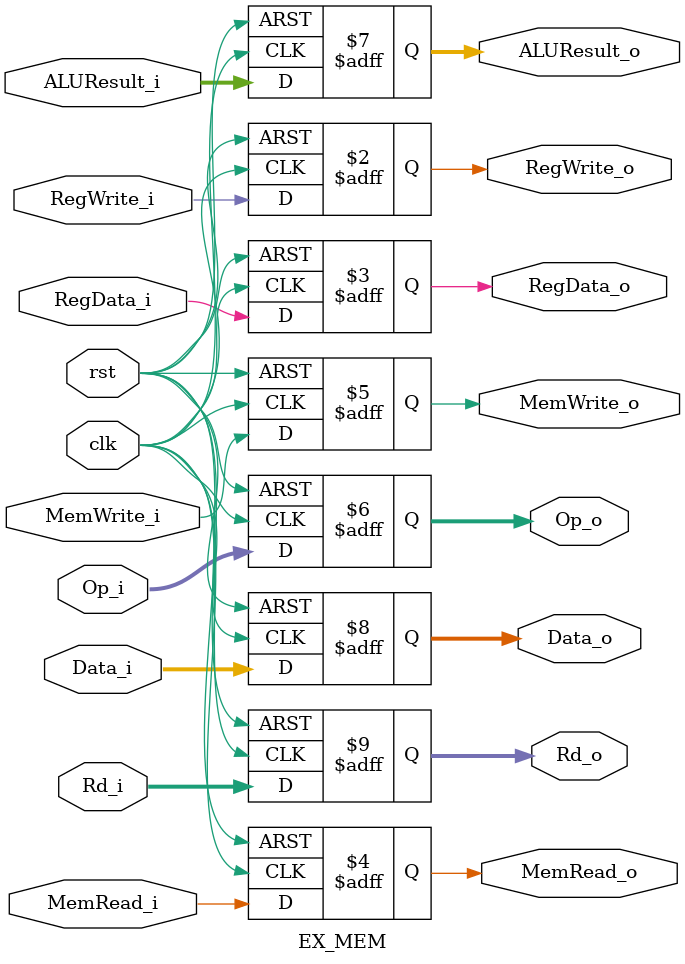
<source format=v>

module EX_MEM(RegWrite_i, RegWrite_o, 
             RegData_i, RegData_o, 
             MemRead_i, MemRead_o, 
             MemWrite_i, MemWrite_o,
             Op_i, Op_o,
             ALUResult_i, ALUResult_o,
             Data_i, Data_o,
             Rd_i, Rd_o,
             clk, rst);
  
  input RegWrite_i;
  output reg RegWrite_o;
  input RegData_i;
  output reg RegData_o;
  input MemRead_i;
  output reg MemRead_o;
  input MemWrite_i;
  output reg MemWrite_o;
  input [5:0] Op_i;
  output reg [5:0] Op_o;
  input [31:0] ALUResult_i;
  output reg [31:0] ALUResult_o;
  input [31:0] Data_i;
  output reg [31:0] Data_o;
  input [4:0] Rd_i;
  output reg [4:0] Rd_o;
  input clk;
  input rst;
  
  always @(posedge clk or posedge rst)
  begin
    if (rst)
      begin
        RegWrite_o <= 0;
        RegData_o <= 0;
        MemRead_o <= 0;
        MemWrite_o <= 0;
        Op_o <= 6'b00_0000;
        ALUResult_o <= 32'h0000_0000;
        Data_o <= 32'h0000_0000;
        Rd_o <= 5'b0_0000;
      end
    else
      begin
        RegWrite_o <= RegWrite_i;
        RegData_o <= RegData_i;
        MemRead_o <= MemRead_i;
        MemWrite_o <= MemWrite_i;
        Op_o <= Op_i;
        ALUResult_o <= ALUResult_i;
        Data_o <= Data_i;
        Rd_o <= Rd_i;
      end
  end
  
endmodule
</source>
